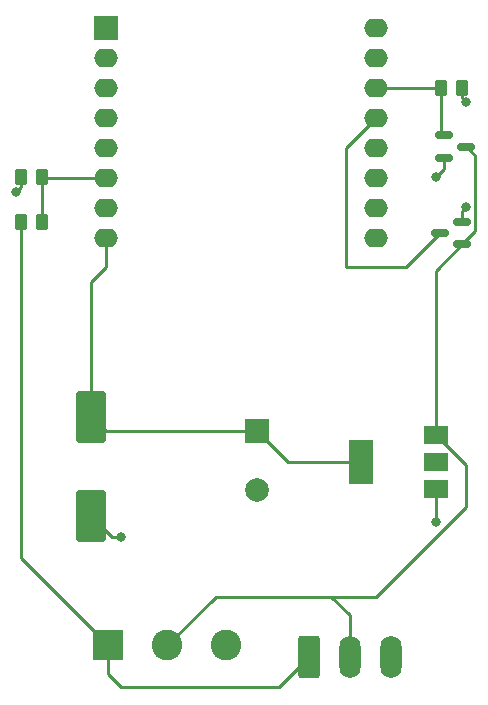
<source format=gtl>
%TF.GenerationSoftware,KiCad,Pcbnew,7.0.7*%
%TF.CreationDate,2023-10-28T13:50:54-06:00*%
%TF.ProjectId,RatGDO-OpenSource,52617447-444f-42d4-9f70-656e536f7572,rev?*%
%TF.SameCoordinates,Original*%
%TF.FileFunction,Copper,L1,Top*%
%TF.FilePolarity,Positive*%
%FSLAX46Y46*%
G04 Gerber Fmt 4.6, Leading zero omitted, Abs format (unit mm)*
G04 Created by KiCad (PCBNEW 7.0.7) date 2023-10-28 13:50:54*
%MOMM*%
%LPD*%
G01*
G04 APERTURE LIST*
G04 Aperture macros list*
%AMRoundRect*
0 Rectangle with rounded corners*
0 $1 Rounding radius*
0 $2 $3 $4 $5 $6 $7 $8 $9 X,Y pos of 4 corners*
0 Add a 4 corners polygon primitive as box body*
4,1,4,$2,$3,$4,$5,$6,$7,$8,$9,$2,$3,0*
0 Add four circle primitives for the rounded corners*
1,1,$1+$1,$2,$3*
1,1,$1+$1,$4,$5*
1,1,$1+$1,$6,$7*
1,1,$1+$1,$8,$9*
0 Add four rect primitives between the rounded corners*
20,1,$1+$1,$2,$3,$4,$5,0*
20,1,$1+$1,$4,$5,$6,$7,0*
20,1,$1+$1,$6,$7,$8,$9,0*
20,1,$1+$1,$8,$9,$2,$3,0*%
G04 Aperture macros list end*
%TA.AperFunction,ComponentPad*%
%ADD10C,2.000000*%
%TD*%
%TA.AperFunction,ComponentPad*%
%ADD11R,2.000000X2.000000*%
%TD*%
%TA.AperFunction,SMDPad,CuDef*%
%ADD12R,2.000000X1.500000*%
%TD*%
%TA.AperFunction,SMDPad,CuDef*%
%ADD13R,2.000000X3.800000*%
%TD*%
%TA.AperFunction,SMDPad,CuDef*%
%ADD14RoundRect,0.250000X0.262500X0.450000X-0.262500X0.450000X-0.262500X-0.450000X0.262500X-0.450000X0*%
%TD*%
%TA.AperFunction,ComponentPad*%
%ADD15O,2.000000X1.600000*%
%TD*%
%TA.AperFunction,SMDPad,CuDef*%
%ADD16RoundRect,0.150000X-0.587500X-0.150000X0.587500X-0.150000X0.587500X0.150000X-0.587500X0.150000X0*%
%TD*%
%TA.AperFunction,SMDPad,CuDef*%
%ADD17RoundRect,0.150000X0.587500X0.150000X-0.587500X0.150000X-0.587500X-0.150000X0.587500X-0.150000X0*%
%TD*%
%TA.AperFunction,ComponentPad*%
%ADD18RoundRect,0.250000X-0.650000X-1.550000X0.650000X-1.550000X0.650000X1.550000X-0.650000X1.550000X0*%
%TD*%
%TA.AperFunction,ComponentPad*%
%ADD19O,1.800000X3.600000*%
%TD*%
%TA.AperFunction,ComponentPad*%
%ADD20R,2.600000X2.600000*%
%TD*%
%TA.AperFunction,ComponentPad*%
%ADD21C,2.600000*%
%TD*%
%TA.AperFunction,SMDPad,CuDef*%
%ADD22RoundRect,0.250000X-1.000000X1.950000X-1.000000X-1.950000X1.000000X-1.950000X1.000000X1.950000X0*%
%TD*%
%TA.AperFunction,SMDPad,CuDef*%
%ADD23RoundRect,0.250000X-0.262500X-0.450000X0.262500X-0.450000X0.262500X0.450000X-0.262500X0.450000X0*%
%TD*%
%TA.AperFunction,ViaPad*%
%ADD24C,0.800000*%
%TD*%
%TA.AperFunction,Conductor*%
%ADD25C,0.250000*%
%TD*%
G04 APERTURE END LIST*
D10*
%TO.P,C2,2*%
%TO.N,GND*%
X142289668Y-105262965D03*
D11*
%TO.P,C2,1*%
%TO.N,VCC*%
X142289668Y-100262965D03*
%TD*%
D12*
%TO.P,U2,1,GND*%
%TO.N,GND*%
X157430000Y-105170000D03*
%TO.P,U2,2,VO*%
%TO.N,VCC*%
X157430000Y-102870000D03*
D13*
X151130000Y-102870000D03*
D12*
%TO.P,U2,3,VI*%
%TO.N,Net-(J1-Pin_2)*%
X157430000Y-100570000D03*
%TD*%
D14*
%TO.P,R3,1*%
%TO.N,GND*%
X159662500Y-71264162D03*
%TO.P,R3,2*%
%TO.N,Net-(Q2-G)*%
X157837500Y-71264162D03*
%TD*%
D11*
%TO.P,U1,1,~{RST}*%
%TO.N,unconnected-(U1-~{RST}-Pad1)*%
X129547500Y-66160000D03*
D15*
%TO.P,U1,2,A0*%
%TO.N,unconnected-(U1-A0-Pad2)*%
X129547500Y-68700000D03*
%TO.P,U1,3,D0*%
%TO.N,unconnected-(U1-D0-Pad3)*%
X129547500Y-71240000D03*
%TO.P,U1,4,SCK/D5*%
%TO.N,unconnected-(U1-SCK{slash}D5-Pad4)*%
X129547500Y-73780000D03*
%TO.P,U1,5,MISO/D6*%
%TO.N,unconnected-(U1-MISO{slash}D6-Pad5)*%
X129547500Y-76320000D03*
%TO.P,U1,6,MOSI/D7*%
%TO.N,Net-(U1-MOSI{slash}D7)*%
X129547500Y-78860000D03*
%TO.P,U1,7,CS/D8*%
%TO.N,unconnected-(U1-CS{slash}D8-Pad7)*%
X129547500Y-81400000D03*
%TO.P,U1,8,3V3*%
%TO.N,VCC*%
X129547500Y-83940000D03*
%TO.P,U1,9,5V*%
%TO.N,unconnected-(U1-5V-Pad9)*%
X152407500Y-83940000D03*
%TO.P,U1,10,GND*%
%TO.N,GND*%
X152407500Y-81400000D03*
%TO.P,U1,11,D4*%
%TO.N,unconnected-(U1-D4-Pad11)*%
X152407500Y-78860000D03*
%TO.P,U1,12,D3*%
%TO.N,unconnected-(U1-D3-Pad12)*%
X152407500Y-76320000D03*
%TO.P,U1,13,SDA/D2*%
%TO.N,Net-(Q1-D)*%
X152407500Y-73780000D03*
%TO.P,U1,14,SCL/D1*%
%TO.N,Net-(Q2-G)*%
X152407500Y-71240000D03*
%TO.P,U1,15,RX*%
%TO.N,unconnected-(U1-RX-Pad15)*%
X152407500Y-68700000D03*
%TO.P,U1,16,TX*%
%TO.N,unconnected-(U1-TX-Pad16)*%
X152407500Y-66160000D03*
%TD*%
D16*
%TO.P,Q2,1,G*%
%TO.N,Net-(Q2-G)*%
X158145000Y-75250000D03*
%TO.P,Q2,2,S*%
%TO.N,GND*%
X158145000Y-77150000D03*
%TO.P,Q2,3,D*%
%TO.N,Net-(J1-Pin_2)*%
X160020000Y-76200000D03*
%TD*%
D17*
%TO.P,Q1,3,D*%
%TO.N,Net-(Q1-D)*%
X157812500Y-83487500D03*
%TO.P,Q1,2,S*%
%TO.N,GND*%
X159687500Y-82537500D03*
%TO.P,Q1,1,G*%
%TO.N,Net-(J1-Pin_2)*%
X159687500Y-84437500D03*
%TD*%
D18*
%TO.P,J2,1,Pin_1*%
%TO.N,Net-(J1-Pin_1)*%
X146670000Y-119380000D03*
D19*
%TO.P,J2,2,Pin_2*%
%TO.N,Net-(J1-Pin_2)*%
X150170000Y-119380000D03*
%TO.P,J2,3,Pin_3*%
%TO.N,GND*%
X153670000Y-119380000D03*
%TD*%
D20*
%TO.P,J1,1,Pin_1*%
%TO.N,Net-(J1-Pin_1)*%
X129700000Y-118415000D03*
D21*
%TO.P,J1,2,Pin_2*%
%TO.N,Net-(J1-Pin_2)*%
X134700000Y-118415000D03*
%TO.P,J1,3,Pin_3*%
%TO.N,GND*%
X139700000Y-118415000D03*
%TD*%
D14*
%TO.P,R2,1*%
%TO.N,Net-(U1-MOSI{slash}D7)*%
X124102500Y-78740000D03*
%TO.P,R2,2*%
%TO.N,GND*%
X122277500Y-78740000D03*
%TD*%
D22*
%TO.P,C1,1*%
%TO.N,VCC*%
X128270000Y-99060000D03*
%TO.P,C1,2*%
%TO.N,GND*%
X128270000Y-107460000D03*
%TD*%
D23*
%TO.P,R1,1*%
%TO.N,Net-(J1-Pin_1)*%
X122277500Y-82550000D03*
%TO.P,R1,2*%
%TO.N,Net-(U1-MOSI{slash}D7)*%
X124102500Y-82550000D03*
%TD*%
D24*
%TO.N,GND*%
X157480000Y-107950000D03*
X130810000Y-109220000D03*
X121920000Y-80010000D03*
X160020000Y-72390000D03*
X157480000Y-78740000D03*
X160020000Y-81280000D03*
%TD*%
D25*
%TO.N,VCC*%
X144896703Y-102870000D02*
X142289668Y-100262965D01*
X151130000Y-102870000D02*
X144896703Y-102870000D01*
%TO.N,GND*%
X157430000Y-107900000D02*
X157480000Y-107950000D01*
X157430000Y-105170000D02*
X157430000Y-107900000D01*
X130030000Y-109220000D02*
X130810000Y-109220000D01*
X128270000Y-107460000D02*
X130030000Y-109220000D01*
X122277500Y-79652500D02*
X121920000Y-80010000D01*
X122277500Y-78740000D02*
X122277500Y-79652500D01*
X159662500Y-72032500D02*
X160020000Y-72390000D01*
X159662500Y-71264162D02*
X159662500Y-72032500D01*
X158145000Y-78075000D02*
X157480000Y-78740000D01*
X158145000Y-77150000D02*
X158145000Y-78075000D01*
X159687500Y-81612500D02*
X160020000Y-81280000D01*
X159687500Y-82537500D02*
X159687500Y-81612500D01*
%TO.N,Net-(Q2-G)*%
X157813338Y-71240000D02*
X152407500Y-71240000D01*
X157837500Y-71264162D02*
X157813338Y-71240000D01*
X157837500Y-74942500D02*
X157837500Y-71264162D01*
X158145000Y-75250000D02*
X157837500Y-74942500D01*
%TO.N,Net-(J1-Pin_2)*%
X157430000Y-86695000D02*
X157430000Y-100570000D01*
X159687500Y-84437500D02*
X157430000Y-86695000D01*
X160750000Y-83375000D02*
X159687500Y-84437500D01*
X160750000Y-76930000D02*
X160750000Y-83375000D01*
X160020000Y-76200000D02*
X160750000Y-76930000D01*
%TO.N,Net-(Q1-D)*%
X149860000Y-76327500D02*
X152407500Y-73780000D01*
X149860000Y-86360000D02*
X149860000Y-76327500D01*
X154940000Y-86360000D02*
X149860000Y-86360000D01*
X157812500Y-83487500D02*
X154940000Y-86360000D01*
%TO.N,Net-(J1-Pin_2)*%
X160020000Y-103160000D02*
X157430000Y-100570000D01*
X160020000Y-106680000D02*
X160020000Y-103160000D01*
X152400000Y-114300000D02*
X160020000Y-106680000D01*
X148590000Y-114300000D02*
X152400000Y-114300000D01*
X150170000Y-115880000D02*
X150170000Y-119380000D01*
X138815000Y-114300000D02*
X148590000Y-114300000D01*
X134700000Y-118415000D02*
X138815000Y-114300000D01*
X148590000Y-114300000D02*
X150170000Y-115880000D01*
%TO.N,Net-(U1-MOSI{slash}D7)*%
X124222500Y-78860000D02*
X129547500Y-78860000D01*
X124102500Y-78740000D02*
X124222500Y-78860000D01*
X124102500Y-82550000D02*
X124102500Y-78740000D01*
%TO.N,Net-(J1-Pin_1)*%
X129700000Y-118415000D02*
X122277500Y-110992500D01*
X122277500Y-110992500D02*
X122277500Y-82550000D01*
%TO.N,VCC*%
X142289668Y-100262965D02*
X129472965Y-100262965D01*
X129472965Y-100262965D02*
X128270000Y-99060000D01*
X142289668Y-100379668D02*
X142289668Y-100262965D01*
%TO.N,Net-(J1-Pin_1)*%
X129700000Y-118415000D02*
X129700000Y-120810000D01*
X144130000Y-121920000D02*
X146670000Y-119380000D01*
X129700000Y-120810000D02*
X130810000Y-121920000D01*
X130810000Y-121920000D02*
X144130000Y-121920000D01*
%TO.N,unconnected-(U1-CS{slash}D8-Pad7)*%
X129660000Y-81400000D02*
X129547500Y-81400000D01*
%TO.N,GND*%
X142400000Y-105170000D02*
X142240000Y-105330000D01*
%TO.N,VCC*%
X128270000Y-99060000D02*
X128270000Y-87630000D01*
X128270000Y-87630000D02*
X129547500Y-86352500D01*
X129547500Y-86352500D02*
X129547500Y-83940000D01*
%TD*%
M02*

</source>
